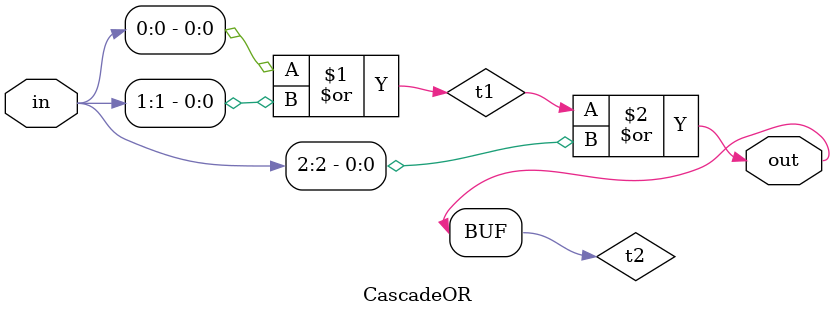
<source format=sv>
module CascadeOR(
    input [2:0] in,
    output out
);
    wire t1, t2;
    or(t1, in[0], in[1]);
    or(t2, t1, in[2]);
    assign out = t2;
endmodule

</source>
